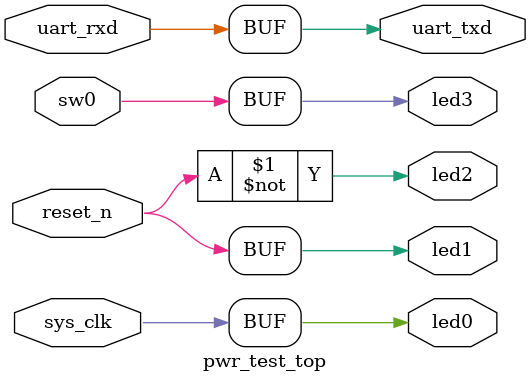
<source format=sv>


module pwr_test_top(
  input logic sys_clk,
  input logic reset_n,
  input logic uart_rxd,
  input logic sw0,
  output logic uart_txd,
  output logic led0,
  output logic led1,
  output logic led2,
  output logic led3
  );

  assign uart_txd = uart_rxd;
  assign led0 = sys_clk;
  assign led1 = reset_n;
  assign led2 = ~reset_n;
  assign led3 = sw0;
endmodule

</source>
